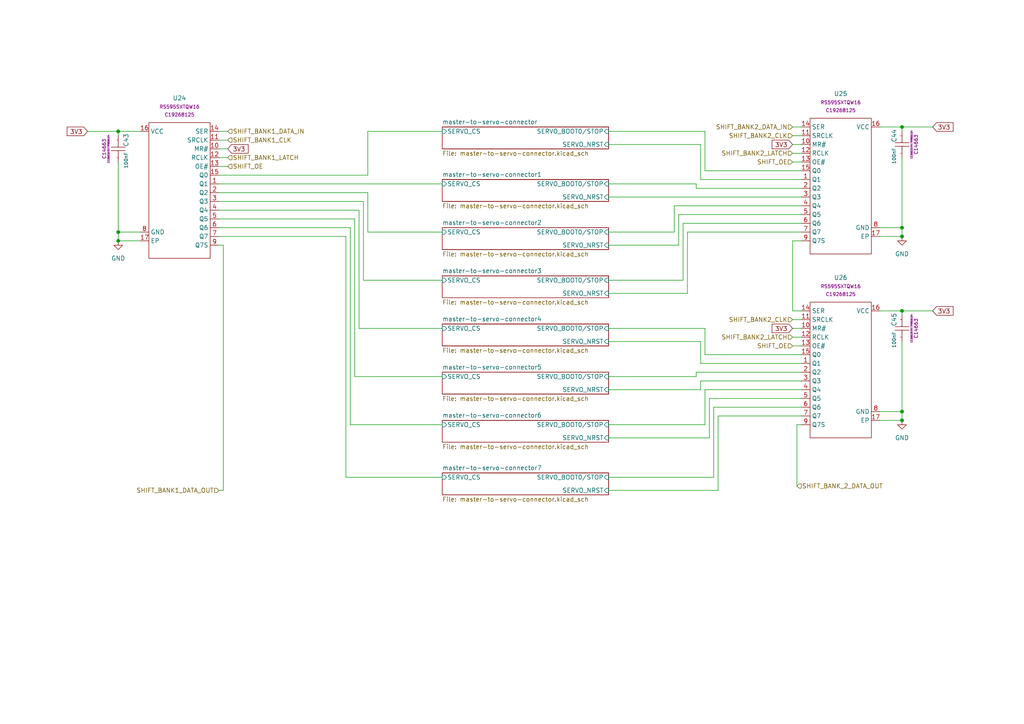
<source format=kicad_sch>
(kicad_sch (version 20250114) (generator "eeschema") (generator_version "9.0")
  (paper "A4")
  (lib_symbols
    (symbol "Library:CC0603KRX7R9BB104 Capacitor 100nF"
      (property "Reference" "C" (at 2.54 2.286 0))
      (property "Value" "100nF" (at -3.302 2.286 0))
      (property "Manufacturer Part" "CC0603KRX7R9BB104" (at 0 -2.794 0))
      (property "LCSC Part #" "C14663" (at 0 -4.064 0))
      (symbol "CC0603KRX7R9BB104 Capacitor 100nF_1_0"
        (polyline (pts (xy -0.508 0) (xy -1.27 0)))
        (polyline (pts (xy -0.508 -2.032) (xy -0.508 2.032)))
        (polyline (pts (xy 0.508 2.032) (xy 0.508 -2.032)))
        (polyline (pts (xy 1.27 0) (xy 0.508 0)))
        (pin unspecified line (at -3.81 0 0) (length 2.54) (name "1") (number "1"))
        (pin unspecified line (at 3.81 0 180) (length 2.54) (name "2") (number "2"))
      )
    )
    (symbol "Library:RS595SXTQW16 Shift Register"
      (property "Reference" "U" (at 0 27.432 0))
      (property "Manufacturer Part" "RS595SXTQW16" (at 0 24.892 0))
      (property "LCSC Part #" "C19268125" (at 0 22.606 0))
      (symbol "RS595SXTQW16 Shift Register_1_0"
        (rectangle (start -8.89 20.32) (end 8.89 -19.05))
        (pin unspecified line (at -11.43 17.78 0) (length 2.54) (name "SER") (number "14"))
        (pin unspecified line (at -11.43 15.24 0) (length 2.54) (name "SRCLK") (number "11"))
        (pin unspecified line (at -11.43 12.7 0) (length 2.54) (name "MR#") (number "10"))
        (pin unspecified line (at -11.43 10.16 0) (length 2.54) (name "RCLK") (number "12"))
        (pin unspecified line (at -11.43 7.62 0) (length 2.54) (name "OE#") (number "13"))
        (pin unspecified line (at -11.43 5.08 0) (length 2.54) (name "Q0") (number "15"))
        (pin unspecified line (at -11.43 2.54 0) (length 2.54) (name "Q1") (number "1"))
        (pin unspecified line (at -11.43 0 0) (length 2.54) (name "Q2") (number "2"))
        (pin unspecified line (at -11.43 -2.54 0) (length 2.54) (name "Q3") (number "3"))
        (pin unspecified line (at -11.43 -5.08 0) (length 2.54) (name "Q4") (number "4"))
        (pin unspecified line (at -11.43 -7.62 0) (length 2.54) (name "Q5") (number "5"))
        (pin unspecified line (at -11.43 -10.16 0) (length 2.54) (name "Q6") (number "6"))
        (pin unspecified line (at -11.43 -12.7 0) (length 2.54) (name "Q7") (number "7"))
        (pin unspecified line (at -11.43 -15.24 0) (length 2.54) (name "Q7S") (number "9"))
        (pin unspecified line (at 11.43 17.78 180) (length 2.54) (name "VCC") (number "16"))
        (pin unspecified line (at 11.43 -11.43 180) (length 2.54) (name "GND") (number "8"))
        (pin unspecified line (at 11.43 -13.97 180) (length 2.54) (name "EP") (number "17"))
      )
    )
    (symbol "power:GND" (power) (pin_numbers (hide yes)) (pin_names (offset 0) (hide yes))
      (property "Value" "GND" (at 0 -3.81 0))
      (symbol "GND_0_1"
        (polyline (pts (xy 0 0) (xy 0 -1.27) (xy 1.27 -1.27) (xy 0 -2.54) (xy -1.27 -1.27) (xy 0 -1.27)))
      )
      (symbol "GND_1_1"
        (pin power_in line (at 0 0 270) (length 0) (name "~") (number "1"))
      )
    )
  )
  (junction (at 261.62 66.04))
  (junction (at 261.62 119.38))
  (junction (at 261.62 90.17))
  (junction (at 34.29 38.1))
  (junction (at 34.29 69.85))
  (junction (at 261.62 36.83))
  (junction (at 34.29 67.31))
  (junction (at 261.62 68.58))
  (junction (at 261.62 121.92))
  (wire (pts (xy 229.87 39.37) (xy 232.41 39.37)))
  (wire (pts (xy 208.28 142.24) (xy 208.28 120.65)))
  (wire (pts (xy 229.87 100.33) (xy 232.41 100.33)))
  (wire (pts (xy 232.41 113.03) (xy 204.47 113.03)))
  (wire (pts (xy 196.85 71.12) (xy 176.53 71.12)))
  (wire (pts (xy 63.5 142.24) (xy 64.77 142.24)))
  (wire (pts (xy 261.62 36.83) (xy 261.62 38.1)))
  (wire (pts (xy 101.6 66.04) (xy 101.6 123.19)))
  (wire (pts (xy 128.27 138.43) (xy 100.33 138.43)))
  (wire (pts (xy 63.5 53.34) (xy 128.27 53.34)))
  (wire (pts (xy 229.87 69.85) (xy 232.41 69.85)))
  (wire (pts (xy 63.5 55.88) (xy 106.68 55.88)))
  (wire (pts (xy 106.68 38.1) (xy 128.27 38.1)))
  (wire (pts (xy 204.47 113.03) (xy 204.47 123.19)))
  (wire (pts (xy 66.04 40.64) (xy 63.5 40.64)))
  (wire (pts (xy 128.27 109.22) (xy 102.87 109.22)))
  (wire (pts (xy 63.5 50.8) (xy 106.68 50.8)))
  (wire (pts (xy 176.53 113.03) (xy 203.2 113.03)))
  (wire (pts (xy 201.93 107.95) (xy 201.93 109.22)))
  (wire (pts (xy 176.53 127) (xy 205.74 127)))
  (wire (pts (xy 204.47 38.1) (xy 204.47 49.53)))
  (wire (pts (xy 229.87 46.99) (xy 232.41 46.99)))
  (wire (pts (xy 207.01 118.11) (xy 207.01 138.43)))
  (wire (pts (xy 64.77 71.12) (xy 63.5 71.12)))
  (wire (pts (xy 40.64 67.31) (xy 34.29 67.31)))
  (wire (pts (xy 203.2 41.91) (xy 176.53 41.91)))
  (wire (pts (xy 176.53 95.25) (xy 204.47 95.25)))
  (wire (pts (xy 231.14 123.19) (xy 231.14 140.97)))
  (wire (pts (xy 176.53 142.24) (xy 208.28 142.24)))
  (wire (pts (xy 232.41 67.31) (xy 199.39 67.31)))
  (wire (pts (xy 66.04 43.18) (xy 63.5 43.18)))
  (wire (pts (xy 232.41 118.11) (xy 207.01 118.11)))
  (wire (pts (xy 232.41 105.41) (xy 203.2 105.41)))
  (wire (pts (xy 229.87 41.91) (xy 232.41 41.91)))
  (wire (pts (xy 231.14 123.19) (xy 232.41 123.19)))
  (wire (pts (xy 261.62 90.17) (xy 261.62 91.44)))
  (wire (pts (xy 203.2 113.03) (xy 203.2 110.49)))
  (wire (pts (xy 66.04 38.1) (xy 63.5 38.1)))
  (wire (pts (xy 128.27 81.28) (xy 105.41 81.28)))
  (wire (pts (xy 102.87 63.5) (xy 63.5 63.5)))
  (wire (pts (xy 106.68 50.8) (xy 106.68 38.1)))
  (wire (pts (xy 63.5 66.04) (xy 101.6 66.04)))
  (wire (pts (xy 196.85 62.23) (xy 196.85 71.12)))
  (wire (pts (xy 232.41 62.23) (xy 196.85 62.23)))
  (wire (pts (xy 261.62 68.58) (xy 261.62 66.04)))
  (wire (pts (xy 176.53 81.28) (xy 198.12 81.28)))
  (wire (pts (xy 102.87 109.22) (xy 102.87 63.5)))
  (wire (pts (xy 232.41 107.95) (xy 201.93 107.95)))
  (wire (pts (xy 201.93 53.34) (xy 176.53 53.34)))
  (wire (pts (xy 34.29 69.85) (xy 34.29 67.31)))
  (wire (pts (xy 101.6 123.19) (xy 128.27 123.19)))
  (wire (pts (xy 261.62 90.17) (xy 255.27 90.17)))
  (wire (pts (xy 229.87 90.17) (xy 232.41 90.17)))
  (wire (pts (xy 195.58 67.31) (xy 195.58 59.69)))
  (wire (pts (xy 229.87 44.45) (xy 232.41 44.45)))
  (wire (pts (xy 34.29 46.99) (xy 34.29 67.31)))
  (wire (pts (xy 176.53 57.15) (xy 232.41 57.15)))
  (wire (pts (xy 261.62 121.92) (xy 261.62 119.38)))
  (wire (pts (xy 232.41 52.07) (xy 203.2 52.07)))
  (wire (pts (xy 104.14 60.96) (xy 104.14 95.25)))
  (wire (pts (xy 203.2 52.07) (xy 203.2 41.91)))
  (wire (pts (xy 105.41 58.42) (xy 63.5 58.42)))
  (wire (pts (xy 195.58 59.69) (xy 232.41 59.69)))
  (wire (pts (xy 208.28 120.65) (xy 232.41 120.65)))
  (wire (pts (xy 261.62 99.06) (xy 261.62 119.38)))
  (wire (pts (xy 229.87 90.17) (xy 229.87 69.85)))
  (wire (pts (xy 229.87 36.83) (xy 232.41 36.83)))
  (wire (pts (xy 176.53 109.22) (xy 201.93 109.22)))
  (wire (pts (xy 198.12 81.28) (xy 198.12 64.77)))
  (wire (pts (xy 66.04 48.26) (xy 63.5 48.26)))
  (wire (pts (xy 25.4 38.1) (xy 34.29 38.1)))
  (wire (pts (xy 270.51 36.83) (xy 261.62 36.83)))
  (wire (pts (xy 100.33 138.43) (xy 100.33 68.58)))
  (wire (pts (xy 63.5 60.96) (xy 104.14 60.96)))
  (wire (pts (xy 106.68 67.31) (xy 128.27 67.31)))
  (wire (pts (xy 255.27 119.38) (xy 261.62 119.38)))
  (wire (pts (xy 232.41 54.61) (xy 201.93 54.61)))
  (wire (pts (xy 204.47 123.19) (xy 176.53 123.19)))
  (wire (pts (xy 40.64 69.85) (xy 34.29 69.85)))
  (wire (pts (xy 255.27 68.58) (xy 261.62 68.58)))
  (wire (pts (xy 204.47 49.53) (xy 232.41 49.53)))
  (wire (pts (xy 229.87 97.79) (xy 232.41 97.79)))
  (wire (pts (xy 229.87 95.25) (xy 232.41 95.25)))
  (wire (pts (xy 203.2 105.41) (xy 203.2 99.06)))
  (wire (pts (xy 229.87 92.71) (xy 232.41 92.71)))
  (wire (pts (xy 176.53 67.31) (xy 195.58 67.31)))
  (wire (pts (xy 261.62 45.72) (xy 261.62 66.04)))
  (wire (pts (xy 176.53 38.1) (xy 204.47 38.1)))
  (wire (pts (xy 198.12 64.77) (xy 232.41 64.77)))
  (wire (pts (xy 106.68 55.88) (xy 106.68 67.31)))
  (wire (pts (xy 205.74 115.57) (xy 232.41 115.57)))
  (wire (pts (xy 34.29 38.1) (xy 34.29 39.37)))
  (wire (pts (xy 204.47 102.87) (xy 232.41 102.87)))
  (wire (pts (xy 261.62 36.83) (xy 255.27 36.83)))
  (wire (pts (xy 104.14 95.25) (xy 128.27 95.25)))
  (wire (pts (xy 270.51 90.17) (xy 261.62 90.17)))
  (wire (pts (xy 66.04 45.72) (xy 63.5 45.72)))
  (wire (pts (xy 203.2 99.06) (xy 176.53 99.06)))
  (wire (pts (xy 207.01 138.43) (xy 176.53 138.43)))
  (wire (pts (xy 201.93 54.61) (xy 201.93 53.34)))
  (wire (pts (xy 34.29 38.1) (xy 40.64 38.1)))
  (wire (pts (xy 204.47 95.25) (xy 204.47 102.87)))
  (wire (pts (xy 199.39 85.09) (xy 176.53 85.09)))
  (wire (pts (xy 100.33 68.58) (xy 63.5 68.58)))
  (wire (pts (xy 255.27 66.04) (xy 261.62 66.04)))
  (wire (pts (xy 105.41 81.28) (xy 105.41 58.42)))
  (wire (pts (xy 205.74 127) (xy 205.74 115.57)))
  (wire (pts (xy 199.39 67.31) (xy 199.39 85.09)))
  (wire (pts (xy 64.77 71.12) (xy 64.77 142.24)))
  (wire (pts (xy 255.27 121.92) (xy 261.62 121.92)))
  (wire (pts (xy 203.2 110.49) (xy 232.41 110.49)))
  (global_label "3V3" (shape input) (at 270.51 90.17 0) (property "Intersheetrefs" "${INTERSHEET_REFS}" (effects (hide yes))))
  (global_label "3V3" (shape input) (at 229.87 95.25 180) (property "Intersheetrefs" "${INTERSHEET_REFS}" (effects (hide yes))))
  (global_label "3V3" (shape input) (at 25.4 38.1 180) (property "Intersheetrefs" "${INTERSHEET_REFS}" (effects (hide yes))))
  (global_label "3V3" (shape input) (at 270.51 36.83 0) (property "Intersheetrefs" "${INTERSHEET_REFS}" (effects (hide yes))))
  (global_label "3V3" (shape input) (at 229.87 41.91 180) (property "Intersheetrefs" "${INTERSHEET_REFS}" (effects (hide yes))))
  (global_label "3V3" (shape input) (at 66.04 43.18 0) (property "Intersheetrefs" "${INTERSHEET_REFS}" (effects (hide yes))))
  (hierarchical_label "SHIFT_OE" (shape input) (at 229.87 46.99 180))
  (hierarchical_label "SHIFT_OE" (shape input) (at 229.87 100.33 180))
  (hierarchical_label "SHIFT_OE" (shape input) (at 66.04 48.26 0))
  (hierarchical_label "SHIFT_BANK2_CLK" (shape input) (at 229.87 39.37 180))
  (hierarchical_label "SHIFT_BANK1_DATA_OUT" (shape input) (at 63.5 142.24 180))
  (hierarchical_label "SHIFT_BANK2_DATA_IN" (shape input) (at 229.87 36.83 180))
  (hierarchical_label "SHIFT_BANK1_DATA_IN" (shape input) (at 66.04 38.1 0))
  (hierarchical_label "SHIFT_BANK1_LATCH" (shape input) (at 66.04 45.72 0))
  (hierarchical_label "SHIFT_BANK2_LATCH" (shape input) (at 229.87 97.79 180))
  (hierarchical_label "SHIFT_BANK2_CLK" (shape input) (at 229.87 92.71 180))
  (hierarchical_label "SHIFT_BANK1_CLK" (shape input) (at 66.04 40.64 0))
  (hierarchical_label "SHIFT_BANK2_LATCH" (shape input) (at 229.87 44.45 180))
  (hierarchical_label "SHIFT_BANK_2_DATA_OUT" (shape input) (at 231.14 140.97 0))
  (symbol (lib_id "power:GND") (at 34.29 69.85 0) (mirror y) (unit 1)
    (property "Reference" "#PWR051" (effects (hide yes)))
    (property "Value" "GND" (at 34.29 74.93 0))
    (property "Description" "Power symbol creates a global label with name \"GND\" , ground" (effects (hide yes)))
    (instances (project "master-circuit" (path "" (reference "#PWR053") (unit 1)) (path "" (reference "#PWR063") (unit 1)) (path "" (reference "#PWR051") (unit 1))))
  )
  (symbol (lib_id "power:GND") (at 261.62 68.58 0) (mirror y) (unit 1)
    (property "Reference" "#PWR073" (effects (hide yes)))
    (property "Value" "GND" (at 261.62 73.66 0))
    (property "Description" "Power symbol creates a global label with name \"GND\" , ground" (effects (hide yes)))
    (instances (project "master-circuit" (path "" (reference "#PWR074") (unit 1)) (path "" (reference "#PWR075") (unit 1)) (path "" (reference "#PWR073") (unit 1))))
  )
  (symbol (lib_id "power:GND") (at 261.62 121.92 0) (mirror y) (unit 1)
    (property "Reference" "#PWR052" (effects (hide yes)))
    (property "Value" "GND" (at 261.62 127 0))
    (property "Description" "Power symbol creates a global label with name \"GND\" , ground" (effects (hide yes)))
    (instances (project "master-circuit" (path "" (reference "#PWR054") (unit 1)) (path "" (reference "#PWR064") (unit 1)) (path "" (reference "#PWR052") (unit 1))))
  )
  (symbol (lib_id "Library:CC0603KRX7R9BB104 Capacitor 100nF") (at 261.62 41.91 90) (unit 1)
    (property "Reference" "C41" (at 259.334 39.37 0))
    (property "Value" "100nF" (at 259.334 45.212 0) (effects (font (size 1 1))))
    (property "Footprint" "Library:C0603" (effects (hide yes)))
    (property "Datasheet" "https://item.szlcsc.com/datasheet/CC0603KRX7R9BB104/15331.html" (effects (hide yes)))
    (property "Description" "Capacitance:100nF Tolerance:±10% Tolerance:±10% Voltage Rating:50V Temperature Coefficient:X7R" (effects (hide yes)))
    (property "Manufacturer Part" "CC0603KRX7R9BB104" (at 264.414 41.91 0) (effects (font (size 0.5 0.5))))
    (property "Manufacturer" "YAGEO(国巨)" (effects (hide yes)))
    (property "Supplier Part" "C14663" (effects (hide yes)))
    (property "Supplier" "LCSC" (effects (hide yes)))
    (property "LCSC Part Name" "100nF ±10% 50V" (effects (hide yes)))
    (property "LCSC Part #" "C14663" (at 265.684 41.91 0) (effects (font (size 1 1))))
    (instances (project "master-circuit" (path "" (reference "C44") (unit 1)) (path "" (reference "C47") (unit 1)) (path "" (reference "C41") (unit 1))))
  )
  (symbol (lib_id "Library:CC0603KRX7R9BB104 Capacitor 100nF") (at 34.29 43.18 270) (mirror x) (unit 1)
    (property "Reference" "C40" (at 36.576 40.64 0))
    (property "Value" "100nF" (at 36.576 46.482 0) (effects (font (size 1 1))))
    (property "Footprint" "Library:C0603" (effects (hide yes)))
    (property "Datasheet" "https://item.szlcsc.com/datasheet/CC0603KRX7R9BB104/15331.html" (effects (hide yes)))
    (property "Description" "Capacitance:100nF Tolerance:±10% Tolerance:±10% Voltage Rating:50V Temperature Coefficient:X7R" (effects (hide yes)))
    (property "Manufacturer Part" "CC0603KRX7R9BB104" (at 31.496 43.18 0) (effects (font (size 0.5 0.5))))
    (property "Manufacturer" "YAGEO(国巨)" (effects (hide yes)))
    (property "Supplier Part" "C14663" (effects (hide yes)))
    (property "Supplier" "LCSC" (effects (hide yes)))
    (property "LCSC Part Name" "100nF ±10% 50V" (effects (hide yes)))
    (property "LCSC Part #" "C14663" (at 30.226 43.18 0) (effects (font (size 1 1))))
    (instances (project "master-circuit" (path "" (reference "C43") (unit 1)) (path "" (reference "C46") (unit 1)) (path "" (reference "C40") (unit 1))))
  )
  (symbol (lib_id "Library:RS595SXTQW16 Shift Register") (at 243.84 54.61 0) (unit 1)
    (property "Reference" "U22" (at 243.84 27.178 0))
    (property "Footprint" "Library:DHVQFN-16_L3.5-W2.5-P0.50-BL-EP" (effects (hide yes)))
    (property "Datasheet" "https://atta.szlcsc.com/upload/public/pdf/source/20231127/2269817A6DBF40228CACAC1A57EEE2C9.pdf" (effects (hide yes)))
    (property "Manufacturer Part" "RS595SXTQW16" (at 243.84 29.718 0) (effects (font (size 1 1))))
    (property "Manufacturer" "RUNIC(润石)" (effects (hide yes)))
    (property "Supplier Part" "C19268125" (effects (hide yes)))
    (property "Supplier" "LCSC" (effects (hide yes)))
    (property "LCSC Part Name" "逻辑RS595S" (effects (hide yes)))
    (property "LCSC Part #" "C19268125" (at 243.84 32.004 0) (effects (font (size 1 1))))
    (instances (project "master-circuit" (path "" (reference "U25") (unit 1)) (path "" (reference "U28") (unit 1)) (path "" (reference "U22") (unit 1))))
  )
  (symbol (lib_id "Library:CC0603KRX7R9BB104 Capacitor 100nF") (at 261.62 95.25 90) (unit 1)
    (property "Reference" "C42" (at 259.334 92.71 0))
    (property "Value" "100nF" (at 259.334 98.552 0) (effects (font (size 1 1))))
    (property "Footprint" "Library:C0603" (effects (hide yes)))
    (property "Datasheet" "https://item.szlcsc.com/datasheet/CC0603KRX7R9BB104/15331.html" (effects (hide yes)))
    (property "Description" "Capacitance:100nF Tolerance:±10% Tolerance:±10% Voltage Rating:50V Temperature Coefficient:X7R" (effects (hide yes)))
    (property "Manufacturer Part" "CC0603KRX7R9BB104" (at 264.414 95.25 0) (effects (font (size 0.5 0.5))))
    (property "Manufacturer" "YAGEO(国巨)" (effects (hide yes)))
    (property "Supplier Part" "C14663" (effects (hide yes)))
    (property "Supplier" "LCSC" (effects (hide yes)))
    (property "LCSC Part Name" "100nF ±10% 50V" (effects (hide yes)))
    (property "LCSC Part #" "C14663" (at 265.684 95.25 0) (effects (font (size 1 1))))
    (instances (project "master-circuit" (path "" (reference "C45") (unit 1)) (path "" (reference "C48") (unit 1)) (path "" (reference "C42") (unit 1))))
  )
  (symbol (lib_id "Library:RS595SXTQW16 Shift Register") (at 243.84 107.95 0) (unit 1)
    (property "Reference" "U23" (at 243.84 80.518 0))
    (property "Footprint" "Library:DHVQFN-16_L3.5-W2.5-P0.50-BL-EP" (effects (hide yes)))
    (property "Datasheet" "https://atta.szlcsc.com/upload/public/pdf/source/20231127/2269817A6DBF40228CACAC1A57EEE2C9.pdf" (effects (hide yes)))
    (property "Manufacturer Part" "RS595SXTQW16" (at 243.84 83.058 0) (effects (font (size 1 1))))
    (property "Manufacturer" "RUNIC(润石)" (effects (hide yes)))
    (property "Supplier Part" "C19268125" (effects (hide yes)))
    (property "Supplier" "LCSC" (effects (hide yes)))
    (property "LCSC Part Name" "逻辑RS595S" (effects (hide yes)))
    (property "LCSC Part #" "C19268125" (at 243.84 85.344 0) (effects (font (size 1 1))))
    (instances (project "master-circuit" (path "" (reference "U26") (unit 1)) (path "" (reference "U29") (unit 1)) (path "" (reference "U23") (unit 1))))
  )
  (symbol (lib_id "Library:RS595SXTQW16 Shift Register") (at 52.07 55.88 0) (mirror y) (unit 1)
    (property "Reference" "U21" (at 52.07 28.448 0))
    (property "Footprint" "Library:DHVQFN-16_L3.5-W2.5-P0.50-BL-EP" (effects (hide yes)))
    (property "Datasheet" "https://atta.szlcsc.com/upload/public/pdf/source/20231127/2269817A6DBF40228CACAC1A57EEE2C9.pdf" (effects (hide yes)))
    (property "Manufacturer Part" "RS595SXTQW16" (at 52.07 30.988 0) (effects (font (size 1 1))))
    (property "Manufacturer" "RUNIC(润石)" (effects (hide yes)))
    (property "Supplier Part" "C19268125" (effects (hide yes)))
    (property "Supplier" "LCSC" (effects (hide yes)))
    (property "LCSC Part Name" "逻辑RS595S" (effects (hide yes)))
    (property "LCSC Part #" "C19268125" (at 52.07 33.274 0) (effects (font (size 1 1))))
    (instances (project "master-circuit" (path "" (reference "U24") (unit 1)) (path "" (reference "U27") (unit 1)) (path "" (reference "U21") (unit 1))))
  )
  (sheet (at 128.27 121.92) (size 48.26 6.35) (stroke (width 0.1524))
    (property "Sheetname" "master-to-servo-connector6" (at 128.27 121.2084 0) (effects (justify left bottom)))
    (property "Sheetfile" "master-to-servo-connector.kicad_sch" (at 128.27 128.8546 0) (effects (justify left top)))
    (pin "SERVO_BOOT0{slash}STOP" input (at 176.53 123.19 0))
    (pin "SERVO_CS" input (at 128.27 123.19 180))
    (pin "SERVO_NRST" input (at 176.53 127 0))
  )
  (sheet (at 128.27 107.95) (size 48.26 6.35) (stroke (width 0.1524))
    (property "Sheetname" "master-to-servo-connector5" (at 128.27 107.2384 0) (effects (justify left bottom)))
    (property "Sheetfile" "master-to-servo-connector.kicad_sch" (at 128.27 114.8846 0) (effects (justify left top)))
    (pin "SERVO_BOOT0{slash}STOP" input (at 176.53 109.22 0))
    (pin "SERVO_CS" input (at 128.27 109.22 180))
    (pin "SERVO_NRST" input (at 176.53 113.03 0))
  )
  (sheet (at 128.27 52.07) (size 48.26 6.35) (stroke (width 0.1524))
    (property "Sheetname" "master-to-servo-connector1" (at 128.27 51.3584 0) (effects (justify left bottom)))
    (property "Sheetfile" "master-to-servo-connector.kicad_sch" (at 128.27 59.0046 0) (effects (justify left top)))
    (pin "SERVO_BOOT0{slash}STOP" input (at 176.53 53.34 0))
    (pin "SERVO_CS" input (at 128.27 53.34 180))
    (pin "SERVO_NRST" input (at 176.53 57.15 0))
  )
  (sheet (at 128.27 80.01) (size 48.26 6.35) (stroke (width 0.1524))
    (property "Sheetname" "master-to-servo-connector3" (at 128.27 79.2984 0) (effects (justify left bottom)))
    (property "Sheetfile" "master-to-servo-connector.kicad_sch" (at 128.27 86.9446 0) (effects (justify left top)))
    (pin "SERVO_BOOT0{slash}STOP" input (at 176.53 81.28 0))
    (pin "SERVO_CS" input (at 128.27 81.28 180))
    (pin "SERVO_NRST" input (at 176.53 85.09 0))
  )
  (sheet (at 128.27 36.83) (size 48.26 6.35) (stroke (width 0.1524))
    (property "Sheetname" "master-to-servo-connector" (at 128.27 36.1184 0) (effects (justify left bottom)))
    (property "Sheetfile" "master-to-servo-connector.kicad_sch" (at 128.27 43.7646 0) (effects (justify left top)))
    (pin "SERVO_BOOT0{slash}STOP" input (at 176.53 38.1 0))
    (pin "SERVO_CS" input (at 128.27 38.1 180))
    (pin "SERVO_NRST" input (at 176.53 41.91 0))
  )
  (sheet (at 128.27 93.98) (size 48.26 6.35) (stroke (width 0.1524))
    (property "Sheetname" "master-to-servo-connector4" (at 128.27 93.2684 0) (effects (justify left bottom)))
    (property "Sheetfile" "master-to-servo-connector.kicad_sch" (at 128.27 100.9146 0) (effects (justify left top)))
    (pin "SERVO_BOOT0{slash}STOP" input (at 176.53 95.25 0))
    (pin "SERVO_CS" input (at 128.27 95.25 180))
    (pin "SERVO_NRST" input (at 176.53 99.06 0))
  )
  (sheet (at 128.27 66.04) (size 48.26 6.35) (stroke (width 0.1524))
    (property "Sheetname" "master-to-servo-connector2" (at 128.27 65.3284 0) (effects (justify left bottom)))
    (property "Sheetfile" "master-to-servo-connector.kicad_sch" (at 128.27 72.9746 0) (effects (justify left top)))
    (pin "SERVO_BOOT0{slash}STOP" input (at 176.53 67.31 0))
    (pin "SERVO_CS" input (at 128.27 67.31 180))
    (pin "SERVO_NRST" input (at 176.53 71.12 0))
  )
  (sheet (at 128.27 137.16) (size 48.26 6.35) (stroke (width 0.1524))
    (property "Sheetname" "master-to-servo-connector7" (at 128.27 136.4484 0) (effects (justify left bottom)))
    (property "Sheetfile" "master-to-servo-connector.kicad_sch" (at 128.27 144.0946 0) (effects (justify left top)))
    (pin "SERVO_BOOT0{slash}STOP" input (at 176.53 138.43 0))
    (pin "SERVO_CS" input (at 128.27 138.43 180))
    (pin "SERVO_NRST" input (at 176.53 142.24 0))
  )
)
</source>
